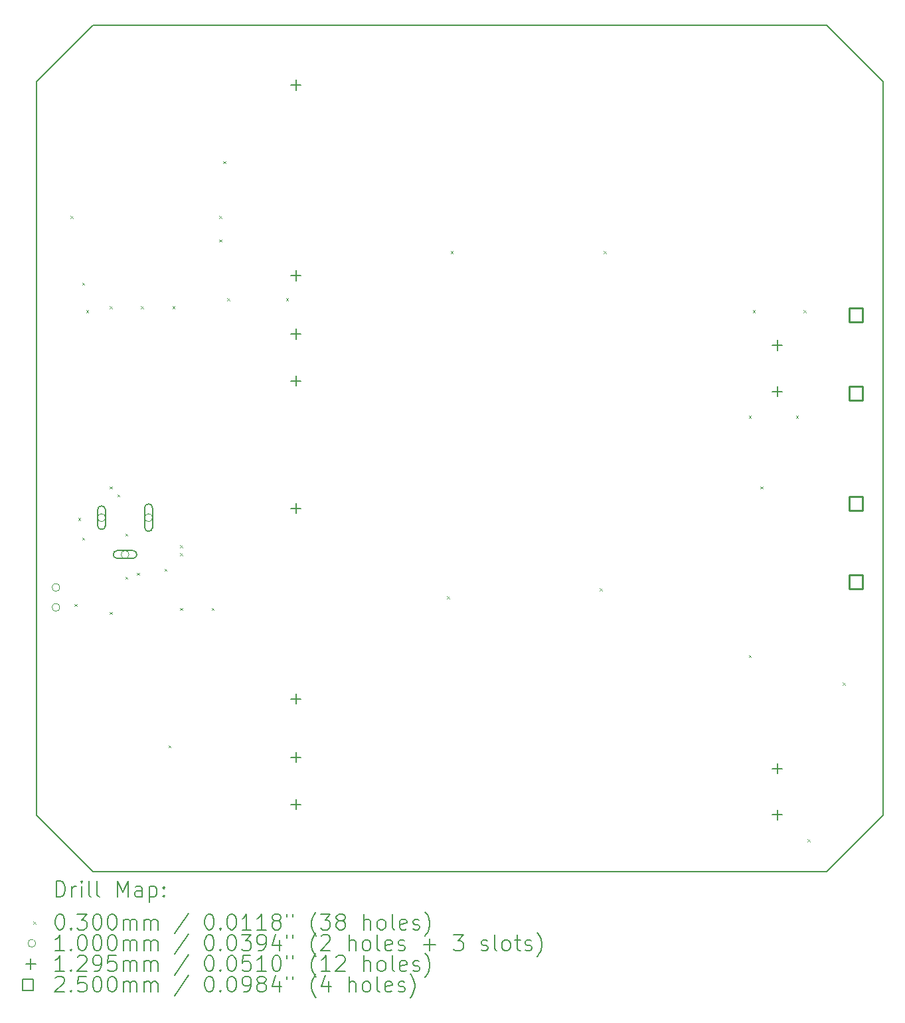
<source format=gbr>
%TF.GenerationSoftware,KiCad,Pcbnew,7.0.7*%
%TF.CreationDate,2024-01-03T18:52:02-05:00*%
%TF.ProjectId,sunlight_pcb,73756e6c-6967-4687-945f-7063622e6b69,rev?*%
%TF.SameCoordinates,Original*%
%TF.FileFunction,Drillmap*%
%TF.FilePolarity,Positive*%
%FSLAX45Y45*%
G04 Gerber Fmt 4.5, Leading zero omitted, Abs format (unit mm)*
G04 Created by KiCad (PCBNEW 7.0.7) date 2024-01-03 18:52:02*
%MOMM*%
%LPD*%
G01*
G04 APERTURE LIST*
%ADD10C,0.150000*%
%ADD11C,0.200000*%
%ADD12C,0.030000*%
%ADD13C,0.100000*%
%ADD14C,0.129540*%
%ADD15C,0.250000*%
G04 APERTURE END LIST*
D10*
X8200000Y-13675000D02*
X8200000Y-4325000D01*
X18275000Y-14400000D02*
X8925000Y-14400000D01*
X19000000Y-4325000D02*
X19000000Y-13675000D01*
X8925000Y-3600000D02*
X18275000Y-3600000D01*
X8200000Y-4325000D02*
X8925000Y-3600000D01*
X8200000Y-13675000D02*
X8925000Y-14400000D01*
X18275000Y-14400000D02*
X19000000Y-13675000D01*
X18275000Y-3600000D02*
X19000000Y-4325000D01*
D11*
D12*
X8635000Y-6035000D02*
X8665000Y-6065000D01*
X8665000Y-6035000D02*
X8635000Y-6065000D01*
X8685000Y-10985000D02*
X8715000Y-11015000D01*
X8715000Y-10985000D02*
X8685000Y-11015000D01*
X8735000Y-9885000D02*
X8765000Y-9915000D01*
X8765000Y-9885000D02*
X8735000Y-9915000D01*
X8785000Y-6885000D02*
X8815000Y-6915000D01*
X8815000Y-6885000D02*
X8785000Y-6915000D01*
X8785000Y-10135000D02*
X8815000Y-10165000D01*
X8815000Y-10135000D02*
X8785000Y-10165000D01*
X8835000Y-7235000D02*
X8865000Y-7265000D01*
X8865000Y-7235000D02*
X8835000Y-7265000D01*
X9135000Y-7185000D02*
X9165000Y-7215000D01*
X9165000Y-7185000D02*
X9135000Y-7215000D01*
X9135000Y-9485000D02*
X9165000Y-9515000D01*
X9165000Y-9485000D02*
X9135000Y-9515000D01*
X9135000Y-11085000D02*
X9165000Y-11115000D01*
X9165000Y-11085000D02*
X9135000Y-11115000D01*
X9235000Y-9585000D02*
X9265000Y-9615000D01*
X9265000Y-9585000D02*
X9235000Y-9615000D01*
X9335000Y-10085000D02*
X9365000Y-10115000D01*
X9365000Y-10085000D02*
X9335000Y-10115000D01*
X9335000Y-10635000D02*
X9365000Y-10665000D01*
X9365000Y-10635000D02*
X9335000Y-10665000D01*
X9485000Y-10585000D02*
X9515000Y-10615000D01*
X9515000Y-10585000D02*
X9485000Y-10615000D01*
X9535000Y-7185000D02*
X9565000Y-7215000D01*
X9565000Y-7185000D02*
X9535000Y-7215000D01*
X9835000Y-10535000D02*
X9865000Y-10565000D01*
X9865000Y-10535000D02*
X9835000Y-10565000D01*
X9885000Y-12785000D02*
X9915000Y-12815000D01*
X9915000Y-12785000D02*
X9885000Y-12815000D01*
X9935000Y-7185000D02*
X9965000Y-7215000D01*
X9965000Y-7185000D02*
X9935000Y-7215000D01*
X10035000Y-10235000D02*
X10065000Y-10265000D01*
X10065000Y-10235000D02*
X10035000Y-10265000D01*
X10035000Y-10335000D02*
X10065000Y-10365000D01*
X10065000Y-10335000D02*
X10035000Y-10365000D01*
X10035000Y-11035000D02*
X10065000Y-11065000D01*
X10065000Y-11035000D02*
X10035000Y-11065000D01*
X10435000Y-11035000D02*
X10465000Y-11065000D01*
X10465000Y-11035000D02*
X10435000Y-11065000D01*
X10535000Y-6035000D02*
X10565000Y-6065000D01*
X10565000Y-6035000D02*
X10535000Y-6065000D01*
X10535000Y-6335000D02*
X10565000Y-6365000D01*
X10565000Y-6335000D02*
X10535000Y-6365000D01*
X10585000Y-5335000D02*
X10615000Y-5365000D01*
X10615000Y-5335000D02*
X10585000Y-5365000D01*
X10635000Y-7085000D02*
X10665000Y-7115000D01*
X10665000Y-7085000D02*
X10635000Y-7115000D01*
X11385000Y-7085000D02*
X11415000Y-7115000D01*
X11415000Y-7085000D02*
X11385000Y-7115000D01*
X13435000Y-10885000D02*
X13465000Y-10915000D01*
X13465000Y-10885000D02*
X13435000Y-10915000D01*
X13485000Y-6485000D02*
X13515000Y-6515000D01*
X13515000Y-6485000D02*
X13485000Y-6515000D01*
X15385000Y-10785000D02*
X15415000Y-10815000D01*
X15415000Y-10785000D02*
X15385000Y-10815000D01*
X15435000Y-6485000D02*
X15465000Y-6515000D01*
X15465000Y-6485000D02*
X15435000Y-6515000D01*
X17285000Y-8585000D02*
X17315000Y-8615000D01*
X17315000Y-8585000D02*
X17285000Y-8615000D01*
X17285000Y-11635000D02*
X17315000Y-11665000D01*
X17315000Y-11635000D02*
X17285000Y-11665000D01*
X17335000Y-7235000D02*
X17365000Y-7265000D01*
X17365000Y-7235000D02*
X17335000Y-7265000D01*
X17435000Y-9485000D02*
X17465000Y-9515000D01*
X17465000Y-9485000D02*
X17435000Y-9515000D01*
X17885000Y-8585000D02*
X17915000Y-8615000D01*
X17915000Y-8585000D02*
X17885000Y-8615000D01*
X17985000Y-7235000D02*
X18015000Y-7265000D01*
X18015000Y-7235000D02*
X17985000Y-7265000D01*
X18035000Y-13985000D02*
X18065000Y-14015000D01*
X18065000Y-13985000D02*
X18035000Y-14015000D01*
X18485000Y-11985000D02*
X18515000Y-12015000D01*
X18515000Y-11985000D02*
X18485000Y-12015000D01*
D13*
X8500000Y-10772500D02*
G75*
G03*
X8500000Y-10772500I-50000J0D01*
G01*
X8500000Y-11026500D02*
G75*
G03*
X8500000Y-11026500I-50000J0D01*
G01*
X9081250Y-9882500D02*
G75*
G03*
X9081250Y-9882500I-50000J0D01*
G01*
D11*
X9081250Y-9982500D02*
X9081250Y-9782500D01*
X9081250Y-9782500D02*
G75*
G03*
X8981250Y-9782500I-50000J0D01*
G01*
X8981250Y-9782500D02*
X8981250Y-9982500D01*
X8981250Y-9982500D02*
G75*
G03*
X9081250Y-9982500I50000J0D01*
G01*
D13*
X9381250Y-10352500D02*
G75*
G03*
X9381250Y-10352500I-50000J0D01*
G01*
D11*
X9431250Y-10302500D02*
X9231250Y-10302500D01*
X9231250Y-10302500D02*
G75*
G03*
X9231250Y-10402500I0J-50000D01*
G01*
X9231250Y-10402500D02*
X9431250Y-10402500D01*
X9431250Y-10402500D02*
G75*
G03*
X9431250Y-10302500I0J50000D01*
G01*
D13*
X9681250Y-9882500D02*
G75*
G03*
X9681250Y-9882500I-50000J0D01*
G01*
D11*
X9681250Y-10007500D02*
X9681250Y-9757500D01*
X9681250Y-9757500D02*
G75*
G03*
X9581250Y-9757500I-50000J0D01*
G01*
X9581250Y-9757500D02*
X9581250Y-10007500D01*
X9581250Y-10007500D02*
G75*
G03*
X9681250Y-10007500I50000J0D01*
G01*
D14*
X11510000Y-4298740D02*
X11510000Y-4428280D01*
X11445230Y-4363510D02*
X11574770Y-4363510D01*
X11510000Y-6728740D02*
X11510000Y-6858280D01*
X11445230Y-6793510D02*
X11574770Y-6793510D01*
X11510000Y-7473740D02*
X11510000Y-7603280D01*
X11445230Y-7538510D02*
X11574770Y-7538510D01*
X11510000Y-8073740D02*
X11510000Y-8203280D01*
X11445230Y-8138510D02*
X11574770Y-8138510D01*
X11510000Y-9698740D02*
X11510000Y-9828280D01*
X11445230Y-9763510D02*
X11574770Y-9763510D01*
X11510000Y-12128740D02*
X11510000Y-12258280D01*
X11445230Y-12193510D02*
X11574770Y-12193510D01*
X11510000Y-12873740D02*
X11510000Y-13003280D01*
X11445230Y-12938510D02*
X11574770Y-12938510D01*
X11510000Y-13473740D02*
X11510000Y-13603280D01*
X11445230Y-13538510D02*
X11574770Y-13538510D01*
X17650000Y-7618740D02*
X17650000Y-7748280D01*
X17585230Y-7683510D02*
X17714770Y-7683510D01*
X17650000Y-8208740D02*
X17650000Y-8338280D01*
X17585230Y-8273510D02*
X17714770Y-8273510D01*
X17650000Y-13018740D02*
X17650000Y-13148280D01*
X17585230Y-13083510D02*
X17714770Y-13083510D01*
X17650000Y-13608740D02*
X17650000Y-13738280D01*
X17585230Y-13673510D02*
X17714770Y-13673510D01*
D15*
X18738389Y-7388389D02*
X18738389Y-7211611D01*
X18561611Y-7211611D01*
X18561611Y-7388389D01*
X18738389Y-7388389D01*
X18738389Y-8388389D02*
X18738389Y-8211611D01*
X18561611Y-8211611D01*
X18561611Y-8388389D01*
X18738389Y-8388389D01*
X18738389Y-9788389D02*
X18738389Y-9611611D01*
X18561611Y-9611611D01*
X18561611Y-9788389D01*
X18738389Y-9788389D01*
X18738389Y-10788389D02*
X18738389Y-10611611D01*
X18561611Y-10611611D01*
X18561611Y-10788389D01*
X18738389Y-10788389D01*
D11*
X8453277Y-14718984D02*
X8453277Y-14518984D01*
X8453277Y-14518984D02*
X8500896Y-14518984D01*
X8500896Y-14518984D02*
X8529467Y-14528508D01*
X8529467Y-14528508D02*
X8548515Y-14547555D01*
X8548515Y-14547555D02*
X8558039Y-14566603D01*
X8558039Y-14566603D02*
X8567563Y-14604698D01*
X8567563Y-14604698D02*
X8567563Y-14633269D01*
X8567563Y-14633269D02*
X8558039Y-14671365D01*
X8558039Y-14671365D02*
X8548515Y-14690412D01*
X8548515Y-14690412D02*
X8529467Y-14709460D01*
X8529467Y-14709460D02*
X8500896Y-14718984D01*
X8500896Y-14718984D02*
X8453277Y-14718984D01*
X8653277Y-14718984D02*
X8653277Y-14585650D01*
X8653277Y-14623746D02*
X8662801Y-14604698D01*
X8662801Y-14604698D02*
X8672324Y-14595174D01*
X8672324Y-14595174D02*
X8691372Y-14585650D01*
X8691372Y-14585650D02*
X8710420Y-14585650D01*
X8777086Y-14718984D02*
X8777086Y-14585650D01*
X8777086Y-14518984D02*
X8767563Y-14528508D01*
X8767563Y-14528508D02*
X8777086Y-14538031D01*
X8777086Y-14538031D02*
X8786610Y-14528508D01*
X8786610Y-14528508D02*
X8777086Y-14518984D01*
X8777086Y-14518984D02*
X8777086Y-14538031D01*
X8900896Y-14718984D02*
X8881848Y-14709460D01*
X8881848Y-14709460D02*
X8872324Y-14690412D01*
X8872324Y-14690412D02*
X8872324Y-14518984D01*
X9005658Y-14718984D02*
X8986610Y-14709460D01*
X8986610Y-14709460D02*
X8977086Y-14690412D01*
X8977086Y-14690412D02*
X8977086Y-14518984D01*
X9234229Y-14718984D02*
X9234229Y-14518984D01*
X9234229Y-14518984D02*
X9300896Y-14661841D01*
X9300896Y-14661841D02*
X9367563Y-14518984D01*
X9367563Y-14518984D02*
X9367563Y-14718984D01*
X9548515Y-14718984D02*
X9548515Y-14614222D01*
X9548515Y-14614222D02*
X9538991Y-14595174D01*
X9538991Y-14595174D02*
X9519944Y-14585650D01*
X9519944Y-14585650D02*
X9481848Y-14585650D01*
X9481848Y-14585650D02*
X9462801Y-14595174D01*
X9548515Y-14709460D02*
X9529467Y-14718984D01*
X9529467Y-14718984D02*
X9481848Y-14718984D01*
X9481848Y-14718984D02*
X9462801Y-14709460D01*
X9462801Y-14709460D02*
X9453277Y-14690412D01*
X9453277Y-14690412D02*
X9453277Y-14671365D01*
X9453277Y-14671365D02*
X9462801Y-14652317D01*
X9462801Y-14652317D02*
X9481848Y-14642793D01*
X9481848Y-14642793D02*
X9529467Y-14642793D01*
X9529467Y-14642793D02*
X9548515Y-14633269D01*
X9643753Y-14585650D02*
X9643753Y-14785650D01*
X9643753Y-14595174D02*
X9662801Y-14585650D01*
X9662801Y-14585650D02*
X9700896Y-14585650D01*
X9700896Y-14585650D02*
X9719944Y-14595174D01*
X9719944Y-14595174D02*
X9729467Y-14604698D01*
X9729467Y-14604698D02*
X9738991Y-14623746D01*
X9738991Y-14623746D02*
X9738991Y-14680888D01*
X9738991Y-14680888D02*
X9729467Y-14699936D01*
X9729467Y-14699936D02*
X9719944Y-14709460D01*
X9719944Y-14709460D02*
X9700896Y-14718984D01*
X9700896Y-14718984D02*
X9662801Y-14718984D01*
X9662801Y-14718984D02*
X9643753Y-14709460D01*
X9824705Y-14699936D02*
X9834229Y-14709460D01*
X9834229Y-14709460D02*
X9824705Y-14718984D01*
X9824705Y-14718984D02*
X9815182Y-14709460D01*
X9815182Y-14709460D02*
X9824705Y-14699936D01*
X9824705Y-14699936D02*
X9824705Y-14718984D01*
X9824705Y-14595174D02*
X9834229Y-14604698D01*
X9834229Y-14604698D02*
X9824705Y-14614222D01*
X9824705Y-14614222D02*
X9815182Y-14604698D01*
X9815182Y-14604698D02*
X9824705Y-14595174D01*
X9824705Y-14595174D02*
X9824705Y-14614222D01*
D12*
X8162500Y-15032500D02*
X8192500Y-15062500D01*
X8192500Y-15032500D02*
X8162500Y-15062500D01*
D11*
X8491372Y-14938984D02*
X8510420Y-14938984D01*
X8510420Y-14938984D02*
X8529467Y-14948508D01*
X8529467Y-14948508D02*
X8538991Y-14958031D01*
X8538991Y-14958031D02*
X8548515Y-14977079D01*
X8548515Y-14977079D02*
X8558039Y-15015174D01*
X8558039Y-15015174D02*
X8558039Y-15062793D01*
X8558039Y-15062793D02*
X8548515Y-15100888D01*
X8548515Y-15100888D02*
X8538991Y-15119936D01*
X8538991Y-15119936D02*
X8529467Y-15129460D01*
X8529467Y-15129460D02*
X8510420Y-15138984D01*
X8510420Y-15138984D02*
X8491372Y-15138984D01*
X8491372Y-15138984D02*
X8472324Y-15129460D01*
X8472324Y-15129460D02*
X8462801Y-15119936D01*
X8462801Y-15119936D02*
X8453277Y-15100888D01*
X8453277Y-15100888D02*
X8443753Y-15062793D01*
X8443753Y-15062793D02*
X8443753Y-15015174D01*
X8443753Y-15015174D02*
X8453277Y-14977079D01*
X8453277Y-14977079D02*
X8462801Y-14958031D01*
X8462801Y-14958031D02*
X8472324Y-14948508D01*
X8472324Y-14948508D02*
X8491372Y-14938984D01*
X8643753Y-15119936D02*
X8653277Y-15129460D01*
X8653277Y-15129460D02*
X8643753Y-15138984D01*
X8643753Y-15138984D02*
X8634229Y-15129460D01*
X8634229Y-15129460D02*
X8643753Y-15119936D01*
X8643753Y-15119936D02*
X8643753Y-15138984D01*
X8719944Y-14938984D02*
X8843753Y-14938984D01*
X8843753Y-14938984D02*
X8777086Y-15015174D01*
X8777086Y-15015174D02*
X8805658Y-15015174D01*
X8805658Y-15015174D02*
X8824705Y-15024698D01*
X8824705Y-15024698D02*
X8834229Y-15034222D01*
X8834229Y-15034222D02*
X8843753Y-15053269D01*
X8843753Y-15053269D02*
X8843753Y-15100888D01*
X8843753Y-15100888D02*
X8834229Y-15119936D01*
X8834229Y-15119936D02*
X8824705Y-15129460D01*
X8824705Y-15129460D02*
X8805658Y-15138984D01*
X8805658Y-15138984D02*
X8748515Y-15138984D01*
X8748515Y-15138984D02*
X8729467Y-15129460D01*
X8729467Y-15129460D02*
X8719944Y-15119936D01*
X8967563Y-14938984D02*
X8986610Y-14938984D01*
X8986610Y-14938984D02*
X9005658Y-14948508D01*
X9005658Y-14948508D02*
X9015182Y-14958031D01*
X9015182Y-14958031D02*
X9024705Y-14977079D01*
X9024705Y-14977079D02*
X9034229Y-15015174D01*
X9034229Y-15015174D02*
X9034229Y-15062793D01*
X9034229Y-15062793D02*
X9024705Y-15100888D01*
X9024705Y-15100888D02*
X9015182Y-15119936D01*
X9015182Y-15119936D02*
X9005658Y-15129460D01*
X9005658Y-15129460D02*
X8986610Y-15138984D01*
X8986610Y-15138984D02*
X8967563Y-15138984D01*
X8967563Y-15138984D02*
X8948515Y-15129460D01*
X8948515Y-15129460D02*
X8938991Y-15119936D01*
X8938991Y-15119936D02*
X8929467Y-15100888D01*
X8929467Y-15100888D02*
X8919944Y-15062793D01*
X8919944Y-15062793D02*
X8919944Y-15015174D01*
X8919944Y-15015174D02*
X8929467Y-14977079D01*
X8929467Y-14977079D02*
X8938991Y-14958031D01*
X8938991Y-14958031D02*
X8948515Y-14948508D01*
X8948515Y-14948508D02*
X8967563Y-14938984D01*
X9158039Y-14938984D02*
X9177086Y-14938984D01*
X9177086Y-14938984D02*
X9196134Y-14948508D01*
X9196134Y-14948508D02*
X9205658Y-14958031D01*
X9205658Y-14958031D02*
X9215182Y-14977079D01*
X9215182Y-14977079D02*
X9224705Y-15015174D01*
X9224705Y-15015174D02*
X9224705Y-15062793D01*
X9224705Y-15062793D02*
X9215182Y-15100888D01*
X9215182Y-15100888D02*
X9205658Y-15119936D01*
X9205658Y-15119936D02*
X9196134Y-15129460D01*
X9196134Y-15129460D02*
X9177086Y-15138984D01*
X9177086Y-15138984D02*
X9158039Y-15138984D01*
X9158039Y-15138984D02*
X9138991Y-15129460D01*
X9138991Y-15129460D02*
X9129467Y-15119936D01*
X9129467Y-15119936D02*
X9119944Y-15100888D01*
X9119944Y-15100888D02*
X9110420Y-15062793D01*
X9110420Y-15062793D02*
X9110420Y-15015174D01*
X9110420Y-15015174D02*
X9119944Y-14977079D01*
X9119944Y-14977079D02*
X9129467Y-14958031D01*
X9129467Y-14958031D02*
X9138991Y-14948508D01*
X9138991Y-14948508D02*
X9158039Y-14938984D01*
X9310420Y-15138984D02*
X9310420Y-15005650D01*
X9310420Y-15024698D02*
X9319944Y-15015174D01*
X9319944Y-15015174D02*
X9338991Y-15005650D01*
X9338991Y-15005650D02*
X9367563Y-15005650D01*
X9367563Y-15005650D02*
X9386610Y-15015174D01*
X9386610Y-15015174D02*
X9396134Y-15034222D01*
X9396134Y-15034222D02*
X9396134Y-15138984D01*
X9396134Y-15034222D02*
X9405658Y-15015174D01*
X9405658Y-15015174D02*
X9424705Y-15005650D01*
X9424705Y-15005650D02*
X9453277Y-15005650D01*
X9453277Y-15005650D02*
X9472325Y-15015174D01*
X9472325Y-15015174D02*
X9481848Y-15034222D01*
X9481848Y-15034222D02*
X9481848Y-15138984D01*
X9577086Y-15138984D02*
X9577086Y-15005650D01*
X9577086Y-15024698D02*
X9586610Y-15015174D01*
X9586610Y-15015174D02*
X9605658Y-15005650D01*
X9605658Y-15005650D02*
X9634229Y-15005650D01*
X9634229Y-15005650D02*
X9653277Y-15015174D01*
X9653277Y-15015174D02*
X9662801Y-15034222D01*
X9662801Y-15034222D02*
X9662801Y-15138984D01*
X9662801Y-15034222D02*
X9672325Y-15015174D01*
X9672325Y-15015174D02*
X9691372Y-15005650D01*
X9691372Y-15005650D02*
X9719944Y-15005650D01*
X9719944Y-15005650D02*
X9738991Y-15015174D01*
X9738991Y-15015174D02*
X9748515Y-15034222D01*
X9748515Y-15034222D02*
X9748515Y-15138984D01*
X10138991Y-14929460D02*
X9967563Y-15186603D01*
X10396134Y-14938984D02*
X10415182Y-14938984D01*
X10415182Y-14938984D02*
X10434229Y-14948508D01*
X10434229Y-14948508D02*
X10443753Y-14958031D01*
X10443753Y-14958031D02*
X10453277Y-14977079D01*
X10453277Y-14977079D02*
X10462801Y-15015174D01*
X10462801Y-15015174D02*
X10462801Y-15062793D01*
X10462801Y-15062793D02*
X10453277Y-15100888D01*
X10453277Y-15100888D02*
X10443753Y-15119936D01*
X10443753Y-15119936D02*
X10434229Y-15129460D01*
X10434229Y-15129460D02*
X10415182Y-15138984D01*
X10415182Y-15138984D02*
X10396134Y-15138984D01*
X10396134Y-15138984D02*
X10377087Y-15129460D01*
X10377087Y-15129460D02*
X10367563Y-15119936D01*
X10367563Y-15119936D02*
X10358039Y-15100888D01*
X10358039Y-15100888D02*
X10348515Y-15062793D01*
X10348515Y-15062793D02*
X10348515Y-15015174D01*
X10348515Y-15015174D02*
X10358039Y-14977079D01*
X10358039Y-14977079D02*
X10367563Y-14958031D01*
X10367563Y-14958031D02*
X10377087Y-14948508D01*
X10377087Y-14948508D02*
X10396134Y-14938984D01*
X10548515Y-15119936D02*
X10558039Y-15129460D01*
X10558039Y-15129460D02*
X10548515Y-15138984D01*
X10548515Y-15138984D02*
X10538991Y-15129460D01*
X10538991Y-15129460D02*
X10548515Y-15119936D01*
X10548515Y-15119936D02*
X10548515Y-15138984D01*
X10681848Y-14938984D02*
X10700896Y-14938984D01*
X10700896Y-14938984D02*
X10719944Y-14948508D01*
X10719944Y-14948508D02*
X10729468Y-14958031D01*
X10729468Y-14958031D02*
X10738991Y-14977079D01*
X10738991Y-14977079D02*
X10748515Y-15015174D01*
X10748515Y-15015174D02*
X10748515Y-15062793D01*
X10748515Y-15062793D02*
X10738991Y-15100888D01*
X10738991Y-15100888D02*
X10729468Y-15119936D01*
X10729468Y-15119936D02*
X10719944Y-15129460D01*
X10719944Y-15129460D02*
X10700896Y-15138984D01*
X10700896Y-15138984D02*
X10681848Y-15138984D01*
X10681848Y-15138984D02*
X10662801Y-15129460D01*
X10662801Y-15129460D02*
X10653277Y-15119936D01*
X10653277Y-15119936D02*
X10643753Y-15100888D01*
X10643753Y-15100888D02*
X10634229Y-15062793D01*
X10634229Y-15062793D02*
X10634229Y-15015174D01*
X10634229Y-15015174D02*
X10643753Y-14977079D01*
X10643753Y-14977079D02*
X10653277Y-14958031D01*
X10653277Y-14958031D02*
X10662801Y-14948508D01*
X10662801Y-14948508D02*
X10681848Y-14938984D01*
X10938991Y-15138984D02*
X10824706Y-15138984D01*
X10881848Y-15138984D02*
X10881848Y-14938984D01*
X10881848Y-14938984D02*
X10862801Y-14967555D01*
X10862801Y-14967555D02*
X10843753Y-14986603D01*
X10843753Y-14986603D02*
X10824706Y-14996127D01*
X11129468Y-15138984D02*
X11015182Y-15138984D01*
X11072325Y-15138984D02*
X11072325Y-14938984D01*
X11072325Y-14938984D02*
X11053277Y-14967555D01*
X11053277Y-14967555D02*
X11034229Y-14986603D01*
X11034229Y-14986603D02*
X11015182Y-14996127D01*
X11243753Y-15024698D02*
X11224706Y-15015174D01*
X11224706Y-15015174D02*
X11215182Y-15005650D01*
X11215182Y-15005650D02*
X11205658Y-14986603D01*
X11205658Y-14986603D02*
X11205658Y-14977079D01*
X11205658Y-14977079D02*
X11215182Y-14958031D01*
X11215182Y-14958031D02*
X11224706Y-14948508D01*
X11224706Y-14948508D02*
X11243753Y-14938984D01*
X11243753Y-14938984D02*
X11281848Y-14938984D01*
X11281848Y-14938984D02*
X11300896Y-14948508D01*
X11300896Y-14948508D02*
X11310420Y-14958031D01*
X11310420Y-14958031D02*
X11319944Y-14977079D01*
X11319944Y-14977079D02*
X11319944Y-14986603D01*
X11319944Y-14986603D02*
X11310420Y-15005650D01*
X11310420Y-15005650D02*
X11300896Y-15015174D01*
X11300896Y-15015174D02*
X11281848Y-15024698D01*
X11281848Y-15024698D02*
X11243753Y-15024698D01*
X11243753Y-15024698D02*
X11224706Y-15034222D01*
X11224706Y-15034222D02*
X11215182Y-15043746D01*
X11215182Y-15043746D02*
X11205658Y-15062793D01*
X11205658Y-15062793D02*
X11205658Y-15100888D01*
X11205658Y-15100888D02*
X11215182Y-15119936D01*
X11215182Y-15119936D02*
X11224706Y-15129460D01*
X11224706Y-15129460D02*
X11243753Y-15138984D01*
X11243753Y-15138984D02*
X11281848Y-15138984D01*
X11281848Y-15138984D02*
X11300896Y-15129460D01*
X11300896Y-15129460D02*
X11310420Y-15119936D01*
X11310420Y-15119936D02*
X11319944Y-15100888D01*
X11319944Y-15100888D02*
X11319944Y-15062793D01*
X11319944Y-15062793D02*
X11310420Y-15043746D01*
X11310420Y-15043746D02*
X11300896Y-15034222D01*
X11300896Y-15034222D02*
X11281848Y-15024698D01*
X11396134Y-14938984D02*
X11396134Y-14977079D01*
X11472325Y-14938984D02*
X11472325Y-14977079D01*
X11767563Y-15215174D02*
X11758039Y-15205650D01*
X11758039Y-15205650D02*
X11738991Y-15177079D01*
X11738991Y-15177079D02*
X11729468Y-15158031D01*
X11729468Y-15158031D02*
X11719944Y-15129460D01*
X11719944Y-15129460D02*
X11710420Y-15081841D01*
X11710420Y-15081841D02*
X11710420Y-15043746D01*
X11710420Y-15043746D02*
X11719944Y-14996127D01*
X11719944Y-14996127D02*
X11729468Y-14967555D01*
X11729468Y-14967555D02*
X11738991Y-14948508D01*
X11738991Y-14948508D02*
X11758039Y-14919936D01*
X11758039Y-14919936D02*
X11767563Y-14910412D01*
X11824706Y-14938984D02*
X11948515Y-14938984D01*
X11948515Y-14938984D02*
X11881848Y-15015174D01*
X11881848Y-15015174D02*
X11910420Y-15015174D01*
X11910420Y-15015174D02*
X11929468Y-15024698D01*
X11929468Y-15024698D02*
X11938991Y-15034222D01*
X11938991Y-15034222D02*
X11948515Y-15053269D01*
X11948515Y-15053269D02*
X11948515Y-15100888D01*
X11948515Y-15100888D02*
X11938991Y-15119936D01*
X11938991Y-15119936D02*
X11929468Y-15129460D01*
X11929468Y-15129460D02*
X11910420Y-15138984D01*
X11910420Y-15138984D02*
X11853277Y-15138984D01*
X11853277Y-15138984D02*
X11834229Y-15129460D01*
X11834229Y-15129460D02*
X11824706Y-15119936D01*
X12062801Y-15024698D02*
X12043753Y-15015174D01*
X12043753Y-15015174D02*
X12034229Y-15005650D01*
X12034229Y-15005650D02*
X12024706Y-14986603D01*
X12024706Y-14986603D02*
X12024706Y-14977079D01*
X12024706Y-14977079D02*
X12034229Y-14958031D01*
X12034229Y-14958031D02*
X12043753Y-14948508D01*
X12043753Y-14948508D02*
X12062801Y-14938984D01*
X12062801Y-14938984D02*
X12100896Y-14938984D01*
X12100896Y-14938984D02*
X12119944Y-14948508D01*
X12119944Y-14948508D02*
X12129468Y-14958031D01*
X12129468Y-14958031D02*
X12138991Y-14977079D01*
X12138991Y-14977079D02*
X12138991Y-14986603D01*
X12138991Y-14986603D02*
X12129468Y-15005650D01*
X12129468Y-15005650D02*
X12119944Y-15015174D01*
X12119944Y-15015174D02*
X12100896Y-15024698D01*
X12100896Y-15024698D02*
X12062801Y-15024698D01*
X12062801Y-15024698D02*
X12043753Y-15034222D01*
X12043753Y-15034222D02*
X12034229Y-15043746D01*
X12034229Y-15043746D02*
X12024706Y-15062793D01*
X12024706Y-15062793D02*
X12024706Y-15100888D01*
X12024706Y-15100888D02*
X12034229Y-15119936D01*
X12034229Y-15119936D02*
X12043753Y-15129460D01*
X12043753Y-15129460D02*
X12062801Y-15138984D01*
X12062801Y-15138984D02*
X12100896Y-15138984D01*
X12100896Y-15138984D02*
X12119944Y-15129460D01*
X12119944Y-15129460D02*
X12129468Y-15119936D01*
X12129468Y-15119936D02*
X12138991Y-15100888D01*
X12138991Y-15100888D02*
X12138991Y-15062793D01*
X12138991Y-15062793D02*
X12129468Y-15043746D01*
X12129468Y-15043746D02*
X12119944Y-15034222D01*
X12119944Y-15034222D02*
X12100896Y-15024698D01*
X12377087Y-15138984D02*
X12377087Y-14938984D01*
X12462801Y-15138984D02*
X12462801Y-15034222D01*
X12462801Y-15034222D02*
X12453277Y-15015174D01*
X12453277Y-15015174D02*
X12434230Y-15005650D01*
X12434230Y-15005650D02*
X12405658Y-15005650D01*
X12405658Y-15005650D02*
X12386610Y-15015174D01*
X12386610Y-15015174D02*
X12377087Y-15024698D01*
X12586610Y-15138984D02*
X12567563Y-15129460D01*
X12567563Y-15129460D02*
X12558039Y-15119936D01*
X12558039Y-15119936D02*
X12548515Y-15100888D01*
X12548515Y-15100888D02*
X12548515Y-15043746D01*
X12548515Y-15043746D02*
X12558039Y-15024698D01*
X12558039Y-15024698D02*
X12567563Y-15015174D01*
X12567563Y-15015174D02*
X12586610Y-15005650D01*
X12586610Y-15005650D02*
X12615182Y-15005650D01*
X12615182Y-15005650D02*
X12634230Y-15015174D01*
X12634230Y-15015174D02*
X12643753Y-15024698D01*
X12643753Y-15024698D02*
X12653277Y-15043746D01*
X12653277Y-15043746D02*
X12653277Y-15100888D01*
X12653277Y-15100888D02*
X12643753Y-15119936D01*
X12643753Y-15119936D02*
X12634230Y-15129460D01*
X12634230Y-15129460D02*
X12615182Y-15138984D01*
X12615182Y-15138984D02*
X12586610Y-15138984D01*
X12767563Y-15138984D02*
X12748515Y-15129460D01*
X12748515Y-15129460D02*
X12738991Y-15110412D01*
X12738991Y-15110412D02*
X12738991Y-14938984D01*
X12919944Y-15129460D02*
X12900896Y-15138984D01*
X12900896Y-15138984D02*
X12862801Y-15138984D01*
X12862801Y-15138984D02*
X12843753Y-15129460D01*
X12843753Y-15129460D02*
X12834230Y-15110412D01*
X12834230Y-15110412D02*
X12834230Y-15034222D01*
X12834230Y-15034222D02*
X12843753Y-15015174D01*
X12843753Y-15015174D02*
X12862801Y-15005650D01*
X12862801Y-15005650D02*
X12900896Y-15005650D01*
X12900896Y-15005650D02*
X12919944Y-15015174D01*
X12919944Y-15015174D02*
X12929468Y-15034222D01*
X12929468Y-15034222D02*
X12929468Y-15053269D01*
X12929468Y-15053269D02*
X12834230Y-15072317D01*
X13005658Y-15129460D02*
X13024706Y-15138984D01*
X13024706Y-15138984D02*
X13062801Y-15138984D01*
X13062801Y-15138984D02*
X13081849Y-15129460D01*
X13081849Y-15129460D02*
X13091372Y-15110412D01*
X13091372Y-15110412D02*
X13091372Y-15100888D01*
X13091372Y-15100888D02*
X13081849Y-15081841D01*
X13081849Y-15081841D02*
X13062801Y-15072317D01*
X13062801Y-15072317D02*
X13034230Y-15072317D01*
X13034230Y-15072317D02*
X13015182Y-15062793D01*
X13015182Y-15062793D02*
X13005658Y-15043746D01*
X13005658Y-15043746D02*
X13005658Y-15034222D01*
X13005658Y-15034222D02*
X13015182Y-15015174D01*
X13015182Y-15015174D02*
X13034230Y-15005650D01*
X13034230Y-15005650D02*
X13062801Y-15005650D01*
X13062801Y-15005650D02*
X13081849Y-15015174D01*
X13158039Y-15215174D02*
X13167563Y-15205650D01*
X13167563Y-15205650D02*
X13186611Y-15177079D01*
X13186611Y-15177079D02*
X13196134Y-15158031D01*
X13196134Y-15158031D02*
X13205658Y-15129460D01*
X13205658Y-15129460D02*
X13215182Y-15081841D01*
X13215182Y-15081841D02*
X13215182Y-15043746D01*
X13215182Y-15043746D02*
X13205658Y-14996127D01*
X13205658Y-14996127D02*
X13196134Y-14967555D01*
X13196134Y-14967555D02*
X13186611Y-14948508D01*
X13186611Y-14948508D02*
X13167563Y-14919936D01*
X13167563Y-14919936D02*
X13158039Y-14910412D01*
D13*
X8192500Y-15311500D02*
G75*
G03*
X8192500Y-15311500I-50000J0D01*
G01*
D11*
X8558039Y-15402984D02*
X8443753Y-15402984D01*
X8500896Y-15402984D02*
X8500896Y-15202984D01*
X8500896Y-15202984D02*
X8481848Y-15231555D01*
X8481848Y-15231555D02*
X8462801Y-15250603D01*
X8462801Y-15250603D02*
X8443753Y-15260127D01*
X8643753Y-15383936D02*
X8653277Y-15393460D01*
X8653277Y-15393460D02*
X8643753Y-15402984D01*
X8643753Y-15402984D02*
X8634229Y-15393460D01*
X8634229Y-15393460D02*
X8643753Y-15383936D01*
X8643753Y-15383936D02*
X8643753Y-15402984D01*
X8777086Y-15202984D02*
X8796134Y-15202984D01*
X8796134Y-15202984D02*
X8815182Y-15212508D01*
X8815182Y-15212508D02*
X8824705Y-15222031D01*
X8824705Y-15222031D02*
X8834229Y-15241079D01*
X8834229Y-15241079D02*
X8843753Y-15279174D01*
X8843753Y-15279174D02*
X8843753Y-15326793D01*
X8843753Y-15326793D02*
X8834229Y-15364888D01*
X8834229Y-15364888D02*
X8824705Y-15383936D01*
X8824705Y-15383936D02*
X8815182Y-15393460D01*
X8815182Y-15393460D02*
X8796134Y-15402984D01*
X8796134Y-15402984D02*
X8777086Y-15402984D01*
X8777086Y-15402984D02*
X8758039Y-15393460D01*
X8758039Y-15393460D02*
X8748515Y-15383936D01*
X8748515Y-15383936D02*
X8738991Y-15364888D01*
X8738991Y-15364888D02*
X8729467Y-15326793D01*
X8729467Y-15326793D02*
X8729467Y-15279174D01*
X8729467Y-15279174D02*
X8738991Y-15241079D01*
X8738991Y-15241079D02*
X8748515Y-15222031D01*
X8748515Y-15222031D02*
X8758039Y-15212508D01*
X8758039Y-15212508D02*
X8777086Y-15202984D01*
X8967563Y-15202984D02*
X8986610Y-15202984D01*
X8986610Y-15202984D02*
X9005658Y-15212508D01*
X9005658Y-15212508D02*
X9015182Y-15222031D01*
X9015182Y-15222031D02*
X9024705Y-15241079D01*
X9024705Y-15241079D02*
X9034229Y-15279174D01*
X9034229Y-15279174D02*
X9034229Y-15326793D01*
X9034229Y-15326793D02*
X9024705Y-15364888D01*
X9024705Y-15364888D02*
X9015182Y-15383936D01*
X9015182Y-15383936D02*
X9005658Y-15393460D01*
X9005658Y-15393460D02*
X8986610Y-15402984D01*
X8986610Y-15402984D02*
X8967563Y-15402984D01*
X8967563Y-15402984D02*
X8948515Y-15393460D01*
X8948515Y-15393460D02*
X8938991Y-15383936D01*
X8938991Y-15383936D02*
X8929467Y-15364888D01*
X8929467Y-15364888D02*
X8919944Y-15326793D01*
X8919944Y-15326793D02*
X8919944Y-15279174D01*
X8919944Y-15279174D02*
X8929467Y-15241079D01*
X8929467Y-15241079D02*
X8938991Y-15222031D01*
X8938991Y-15222031D02*
X8948515Y-15212508D01*
X8948515Y-15212508D02*
X8967563Y-15202984D01*
X9158039Y-15202984D02*
X9177086Y-15202984D01*
X9177086Y-15202984D02*
X9196134Y-15212508D01*
X9196134Y-15212508D02*
X9205658Y-15222031D01*
X9205658Y-15222031D02*
X9215182Y-15241079D01*
X9215182Y-15241079D02*
X9224705Y-15279174D01*
X9224705Y-15279174D02*
X9224705Y-15326793D01*
X9224705Y-15326793D02*
X9215182Y-15364888D01*
X9215182Y-15364888D02*
X9205658Y-15383936D01*
X9205658Y-15383936D02*
X9196134Y-15393460D01*
X9196134Y-15393460D02*
X9177086Y-15402984D01*
X9177086Y-15402984D02*
X9158039Y-15402984D01*
X9158039Y-15402984D02*
X9138991Y-15393460D01*
X9138991Y-15393460D02*
X9129467Y-15383936D01*
X9129467Y-15383936D02*
X9119944Y-15364888D01*
X9119944Y-15364888D02*
X9110420Y-15326793D01*
X9110420Y-15326793D02*
X9110420Y-15279174D01*
X9110420Y-15279174D02*
X9119944Y-15241079D01*
X9119944Y-15241079D02*
X9129467Y-15222031D01*
X9129467Y-15222031D02*
X9138991Y-15212508D01*
X9138991Y-15212508D02*
X9158039Y-15202984D01*
X9310420Y-15402984D02*
X9310420Y-15269650D01*
X9310420Y-15288698D02*
X9319944Y-15279174D01*
X9319944Y-15279174D02*
X9338991Y-15269650D01*
X9338991Y-15269650D02*
X9367563Y-15269650D01*
X9367563Y-15269650D02*
X9386610Y-15279174D01*
X9386610Y-15279174D02*
X9396134Y-15298222D01*
X9396134Y-15298222D02*
X9396134Y-15402984D01*
X9396134Y-15298222D02*
X9405658Y-15279174D01*
X9405658Y-15279174D02*
X9424705Y-15269650D01*
X9424705Y-15269650D02*
X9453277Y-15269650D01*
X9453277Y-15269650D02*
X9472325Y-15279174D01*
X9472325Y-15279174D02*
X9481848Y-15298222D01*
X9481848Y-15298222D02*
X9481848Y-15402984D01*
X9577086Y-15402984D02*
X9577086Y-15269650D01*
X9577086Y-15288698D02*
X9586610Y-15279174D01*
X9586610Y-15279174D02*
X9605658Y-15269650D01*
X9605658Y-15269650D02*
X9634229Y-15269650D01*
X9634229Y-15269650D02*
X9653277Y-15279174D01*
X9653277Y-15279174D02*
X9662801Y-15298222D01*
X9662801Y-15298222D02*
X9662801Y-15402984D01*
X9662801Y-15298222D02*
X9672325Y-15279174D01*
X9672325Y-15279174D02*
X9691372Y-15269650D01*
X9691372Y-15269650D02*
X9719944Y-15269650D01*
X9719944Y-15269650D02*
X9738991Y-15279174D01*
X9738991Y-15279174D02*
X9748515Y-15298222D01*
X9748515Y-15298222D02*
X9748515Y-15402984D01*
X10138991Y-15193460D02*
X9967563Y-15450603D01*
X10396134Y-15202984D02*
X10415182Y-15202984D01*
X10415182Y-15202984D02*
X10434229Y-15212508D01*
X10434229Y-15212508D02*
X10443753Y-15222031D01*
X10443753Y-15222031D02*
X10453277Y-15241079D01*
X10453277Y-15241079D02*
X10462801Y-15279174D01*
X10462801Y-15279174D02*
X10462801Y-15326793D01*
X10462801Y-15326793D02*
X10453277Y-15364888D01*
X10453277Y-15364888D02*
X10443753Y-15383936D01*
X10443753Y-15383936D02*
X10434229Y-15393460D01*
X10434229Y-15393460D02*
X10415182Y-15402984D01*
X10415182Y-15402984D02*
X10396134Y-15402984D01*
X10396134Y-15402984D02*
X10377087Y-15393460D01*
X10377087Y-15393460D02*
X10367563Y-15383936D01*
X10367563Y-15383936D02*
X10358039Y-15364888D01*
X10358039Y-15364888D02*
X10348515Y-15326793D01*
X10348515Y-15326793D02*
X10348515Y-15279174D01*
X10348515Y-15279174D02*
X10358039Y-15241079D01*
X10358039Y-15241079D02*
X10367563Y-15222031D01*
X10367563Y-15222031D02*
X10377087Y-15212508D01*
X10377087Y-15212508D02*
X10396134Y-15202984D01*
X10548515Y-15383936D02*
X10558039Y-15393460D01*
X10558039Y-15393460D02*
X10548515Y-15402984D01*
X10548515Y-15402984D02*
X10538991Y-15393460D01*
X10538991Y-15393460D02*
X10548515Y-15383936D01*
X10548515Y-15383936D02*
X10548515Y-15402984D01*
X10681848Y-15202984D02*
X10700896Y-15202984D01*
X10700896Y-15202984D02*
X10719944Y-15212508D01*
X10719944Y-15212508D02*
X10729468Y-15222031D01*
X10729468Y-15222031D02*
X10738991Y-15241079D01*
X10738991Y-15241079D02*
X10748515Y-15279174D01*
X10748515Y-15279174D02*
X10748515Y-15326793D01*
X10748515Y-15326793D02*
X10738991Y-15364888D01*
X10738991Y-15364888D02*
X10729468Y-15383936D01*
X10729468Y-15383936D02*
X10719944Y-15393460D01*
X10719944Y-15393460D02*
X10700896Y-15402984D01*
X10700896Y-15402984D02*
X10681848Y-15402984D01*
X10681848Y-15402984D02*
X10662801Y-15393460D01*
X10662801Y-15393460D02*
X10653277Y-15383936D01*
X10653277Y-15383936D02*
X10643753Y-15364888D01*
X10643753Y-15364888D02*
X10634229Y-15326793D01*
X10634229Y-15326793D02*
X10634229Y-15279174D01*
X10634229Y-15279174D02*
X10643753Y-15241079D01*
X10643753Y-15241079D02*
X10653277Y-15222031D01*
X10653277Y-15222031D02*
X10662801Y-15212508D01*
X10662801Y-15212508D02*
X10681848Y-15202984D01*
X10815182Y-15202984D02*
X10938991Y-15202984D01*
X10938991Y-15202984D02*
X10872325Y-15279174D01*
X10872325Y-15279174D02*
X10900896Y-15279174D01*
X10900896Y-15279174D02*
X10919944Y-15288698D01*
X10919944Y-15288698D02*
X10929468Y-15298222D01*
X10929468Y-15298222D02*
X10938991Y-15317269D01*
X10938991Y-15317269D02*
X10938991Y-15364888D01*
X10938991Y-15364888D02*
X10929468Y-15383936D01*
X10929468Y-15383936D02*
X10919944Y-15393460D01*
X10919944Y-15393460D02*
X10900896Y-15402984D01*
X10900896Y-15402984D02*
X10843753Y-15402984D01*
X10843753Y-15402984D02*
X10824706Y-15393460D01*
X10824706Y-15393460D02*
X10815182Y-15383936D01*
X11034229Y-15402984D02*
X11072325Y-15402984D01*
X11072325Y-15402984D02*
X11091372Y-15393460D01*
X11091372Y-15393460D02*
X11100896Y-15383936D01*
X11100896Y-15383936D02*
X11119944Y-15355365D01*
X11119944Y-15355365D02*
X11129468Y-15317269D01*
X11129468Y-15317269D02*
X11129468Y-15241079D01*
X11129468Y-15241079D02*
X11119944Y-15222031D01*
X11119944Y-15222031D02*
X11110420Y-15212508D01*
X11110420Y-15212508D02*
X11091372Y-15202984D01*
X11091372Y-15202984D02*
X11053277Y-15202984D01*
X11053277Y-15202984D02*
X11034229Y-15212508D01*
X11034229Y-15212508D02*
X11024706Y-15222031D01*
X11024706Y-15222031D02*
X11015182Y-15241079D01*
X11015182Y-15241079D02*
X11015182Y-15288698D01*
X11015182Y-15288698D02*
X11024706Y-15307746D01*
X11024706Y-15307746D02*
X11034229Y-15317269D01*
X11034229Y-15317269D02*
X11053277Y-15326793D01*
X11053277Y-15326793D02*
X11091372Y-15326793D01*
X11091372Y-15326793D02*
X11110420Y-15317269D01*
X11110420Y-15317269D02*
X11119944Y-15307746D01*
X11119944Y-15307746D02*
X11129468Y-15288698D01*
X11300896Y-15269650D02*
X11300896Y-15402984D01*
X11253277Y-15193460D02*
X11205658Y-15336317D01*
X11205658Y-15336317D02*
X11329467Y-15336317D01*
X11396134Y-15202984D02*
X11396134Y-15241079D01*
X11472325Y-15202984D02*
X11472325Y-15241079D01*
X11767563Y-15479174D02*
X11758039Y-15469650D01*
X11758039Y-15469650D02*
X11738991Y-15441079D01*
X11738991Y-15441079D02*
X11729468Y-15422031D01*
X11729468Y-15422031D02*
X11719944Y-15393460D01*
X11719944Y-15393460D02*
X11710420Y-15345841D01*
X11710420Y-15345841D02*
X11710420Y-15307746D01*
X11710420Y-15307746D02*
X11719944Y-15260127D01*
X11719944Y-15260127D02*
X11729468Y-15231555D01*
X11729468Y-15231555D02*
X11738991Y-15212508D01*
X11738991Y-15212508D02*
X11758039Y-15183936D01*
X11758039Y-15183936D02*
X11767563Y-15174412D01*
X11834229Y-15222031D02*
X11843753Y-15212508D01*
X11843753Y-15212508D02*
X11862801Y-15202984D01*
X11862801Y-15202984D02*
X11910420Y-15202984D01*
X11910420Y-15202984D02*
X11929468Y-15212508D01*
X11929468Y-15212508D02*
X11938991Y-15222031D01*
X11938991Y-15222031D02*
X11948515Y-15241079D01*
X11948515Y-15241079D02*
X11948515Y-15260127D01*
X11948515Y-15260127D02*
X11938991Y-15288698D01*
X11938991Y-15288698D02*
X11824706Y-15402984D01*
X11824706Y-15402984D02*
X11948515Y-15402984D01*
X12186610Y-15402984D02*
X12186610Y-15202984D01*
X12272325Y-15402984D02*
X12272325Y-15298222D01*
X12272325Y-15298222D02*
X12262801Y-15279174D01*
X12262801Y-15279174D02*
X12243753Y-15269650D01*
X12243753Y-15269650D02*
X12215182Y-15269650D01*
X12215182Y-15269650D02*
X12196134Y-15279174D01*
X12196134Y-15279174D02*
X12186610Y-15288698D01*
X12396134Y-15402984D02*
X12377087Y-15393460D01*
X12377087Y-15393460D02*
X12367563Y-15383936D01*
X12367563Y-15383936D02*
X12358039Y-15364888D01*
X12358039Y-15364888D02*
X12358039Y-15307746D01*
X12358039Y-15307746D02*
X12367563Y-15288698D01*
X12367563Y-15288698D02*
X12377087Y-15279174D01*
X12377087Y-15279174D02*
X12396134Y-15269650D01*
X12396134Y-15269650D02*
X12424706Y-15269650D01*
X12424706Y-15269650D02*
X12443753Y-15279174D01*
X12443753Y-15279174D02*
X12453277Y-15288698D01*
X12453277Y-15288698D02*
X12462801Y-15307746D01*
X12462801Y-15307746D02*
X12462801Y-15364888D01*
X12462801Y-15364888D02*
X12453277Y-15383936D01*
X12453277Y-15383936D02*
X12443753Y-15393460D01*
X12443753Y-15393460D02*
X12424706Y-15402984D01*
X12424706Y-15402984D02*
X12396134Y-15402984D01*
X12577087Y-15402984D02*
X12558039Y-15393460D01*
X12558039Y-15393460D02*
X12548515Y-15374412D01*
X12548515Y-15374412D02*
X12548515Y-15202984D01*
X12729468Y-15393460D02*
X12710420Y-15402984D01*
X12710420Y-15402984D02*
X12672325Y-15402984D01*
X12672325Y-15402984D02*
X12653277Y-15393460D01*
X12653277Y-15393460D02*
X12643753Y-15374412D01*
X12643753Y-15374412D02*
X12643753Y-15298222D01*
X12643753Y-15298222D02*
X12653277Y-15279174D01*
X12653277Y-15279174D02*
X12672325Y-15269650D01*
X12672325Y-15269650D02*
X12710420Y-15269650D01*
X12710420Y-15269650D02*
X12729468Y-15279174D01*
X12729468Y-15279174D02*
X12738991Y-15298222D01*
X12738991Y-15298222D02*
X12738991Y-15317269D01*
X12738991Y-15317269D02*
X12643753Y-15336317D01*
X12815182Y-15393460D02*
X12834230Y-15402984D01*
X12834230Y-15402984D02*
X12872325Y-15402984D01*
X12872325Y-15402984D02*
X12891372Y-15393460D01*
X12891372Y-15393460D02*
X12900896Y-15374412D01*
X12900896Y-15374412D02*
X12900896Y-15364888D01*
X12900896Y-15364888D02*
X12891372Y-15345841D01*
X12891372Y-15345841D02*
X12872325Y-15336317D01*
X12872325Y-15336317D02*
X12843753Y-15336317D01*
X12843753Y-15336317D02*
X12824706Y-15326793D01*
X12824706Y-15326793D02*
X12815182Y-15307746D01*
X12815182Y-15307746D02*
X12815182Y-15298222D01*
X12815182Y-15298222D02*
X12824706Y-15279174D01*
X12824706Y-15279174D02*
X12843753Y-15269650D01*
X12843753Y-15269650D02*
X12872325Y-15269650D01*
X12872325Y-15269650D02*
X12891372Y-15279174D01*
X13138992Y-15326793D02*
X13291373Y-15326793D01*
X13215182Y-15402984D02*
X13215182Y-15250603D01*
X13519944Y-15202984D02*
X13643753Y-15202984D01*
X13643753Y-15202984D02*
X13577087Y-15279174D01*
X13577087Y-15279174D02*
X13605658Y-15279174D01*
X13605658Y-15279174D02*
X13624706Y-15288698D01*
X13624706Y-15288698D02*
X13634230Y-15298222D01*
X13634230Y-15298222D02*
X13643753Y-15317269D01*
X13643753Y-15317269D02*
X13643753Y-15364888D01*
X13643753Y-15364888D02*
X13634230Y-15383936D01*
X13634230Y-15383936D02*
X13624706Y-15393460D01*
X13624706Y-15393460D02*
X13605658Y-15402984D01*
X13605658Y-15402984D02*
X13548515Y-15402984D01*
X13548515Y-15402984D02*
X13529468Y-15393460D01*
X13529468Y-15393460D02*
X13519944Y-15383936D01*
X13872325Y-15393460D02*
X13891373Y-15402984D01*
X13891373Y-15402984D02*
X13929468Y-15402984D01*
X13929468Y-15402984D02*
X13948515Y-15393460D01*
X13948515Y-15393460D02*
X13958039Y-15374412D01*
X13958039Y-15374412D02*
X13958039Y-15364888D01*
X13958039Y-15364888D02*
X13948515Y-15345841D01*
X13948515Y-15345841D02*
X13929468Y-15336317D01*
X13929468Y-15336317D02*
X13900896Y-15336317D01*
X13900896Y-15336317D02*
X13881849Y-15326793D01*
X13881849Y-15326793D02*
X13872325Y-15307746D01*
X13872325Y-15307746D02*
X13872325Y-15298222D01*
X13872325Y-15298222D02*
X13881849Y-15279174D01*
X13881849Y-15279174D02*
X13900896Y-15269650D01*
X13900896Y-15269650D02*
X13929468Y-15269650D01*
X13929468Y-15269650D02*
X13948515Y-15279174D01*
X14072325Y-15402984D02*
X14053277Y-15393460D01*
X14053277Y-15393460D02*
X14043754Y-15374412D01*
X14043754Y-15374412D02*
X14043754Y-15202984D01*
X14177087Y-15402984D02*
X14158039Y-15393460D01*
X14158039Y-15393460D02*
X14148515Y-15383936D01*
X14148515Y-15383936D02*
X14138992Y-15364888D01*
X14138992Y-15364888D02*
X14138992Y-15307746D01*
X14138992Y-15307746D02*
X14148515Y-15288698D01*
X14148515Y-15288698D02*
X14158039Y-15279174D01*
X14158039Y-15279174D02*
X14177087Y-15269650D01*
X14177087Y-15269650D02*
X14205658Y-15269650D01*
X14205658Y-15269650D02*
X14224706Y-15279174D01*
X14224706Y-15279174D02*
X14234230Y-15288698D01*
X14234230Y-15288698D02*
X14243754Y-15307746D01*
X14243754Y-15307746D02*
X14243754Y-15364888D01*
X14243754Y-15364888D02*
X14234230Y-15383936D01*
X14234230Y-15383936D02*
X14224706Y-15393460D01*
X14224706Y-15393460D02*
X14205658Y-15402984D01*
X14205658Y-15402984D02*
X14177087Y-15402984D01*
X14300896Y-15269650D02*
X14377087Y-15269650D01*
X14329468Y-15202984D02*
X14329468Y-15374412D01*
X14329468Y-15374412D02*
X14338992Y-15393460D01*
X14338992Y-15393460D02*
X14358039Y-15402984D01*
X14358039Y-15402984D02*
X14377087Y-15402984D01*
X14434230Y-15393460D02*
X14453277Y-15402984D01*
X14453277Y-15402984D02*
X14491373Y-15402984D01*
X14491373Y-15402984D02*
X14510420Y-15393460D01*
X14510420Y-15393460D02*
X14519944Y-15374412D01*
X14519944Y-15374412D02*
X14519944Y-15364888D01*
X14519944Y-15364888D02*
X14510420Y-15345841D01*
X14510420Y-15345841D02*
X14491373Y-15336317D01*
X14491373Y-15336317D02*
X14462801Y-15336317D01*
X14462801Y-15336317D02*
X14443754Y-15326793D01*
X14443754Y-15326793D02*
X14434230Y-15307746D01*
X14434230Y-15307746D02*
X14434230Y-15298222D01*
X14434230Y-15298222D02*
X14443754Y-15279174D01*
X14443754Y-15279174D02*
X14462801Y-15269650D01*
X14462801Y-15269650D02*
X14491373Y-15269650D01*
X14491373Y-15269650D02*
X14510420Y-15279174D01*
X14586611Y-15479174D02*
X14596135Y-15469650D01*
X14596135Y-15469650D02*
X14615182Y-15441079D01*
X14615182Y-15441079D02*
X14624706Y-15422031D01*
X14624706Y-15422031D02*
X14634230Y-15393460D01*
X14634230Y-15393460D02*
X14643754Y-15345841D01*
X14643754Y-15345841D02*
X14643754Y-15307746D01*
X14643754Y-15307746D02*
X14634230Y-15260127D01*
X14634230Y-15260127D02*
X14624706Y-15231555D01*
X14624706Y-15231555D02*
X14615182Y-15212508D01*
X14615182Y-15212508D02*
X14596135Y-15183936D01*
X14596135Y-15183936D02*
X14586611Y-15174412D01*
D14*
X8127730Y-15510730D02*
X8127730Y-15640270D01*
X8062960Y-15575500D02*
X8192500Y-15575500D01*
D11*
X8558039Y-15666984D02*
X8443753Y-15666984D01*
X8500896Y-15666984D02*
X8500896Y-15466984D01*
X8500896Y-15466984D02*
X8481848Y-15495555D01*
X8481848Y-15495555D02*
X8462801Y-15514603D01*
X8462801Y-15514603D02*
X8443753Y-15524127D01*
X8643753Y-15647936D02*
X8653277Y-15657460D01*
X8653277Y-15657460D02*
X8643753Y-15666984D01*
X8643753Y-15666984D02*
X8634229Y-15657460D01*
X8634229Y-15657460D02*
X8643753Y-15647936D01*
X8643753Y-15647936D02*
X8643753Y-15666984D01*
X8729467Y-15486031D02*
X8738991Y-15476508D01*
X8738991Y-15476508D02*
X8758039Y-15466984D01*
X8758039Y-15466984D02*
X8805658Y-15466984D01*
X8805658Y-15466984D02*
X8824705Y-15476508D01*
X8824705Y-15476508D02*
X8834229Y-15486031D01*
X8834229Y-15486031D02*
X8843753Y-15505079D01*
X8843753Y-15505079D02*
X8843753Y-15524127D01*
X8843753Y-15524127D02*
X8834229Y-15552698D01*
X8834229Y-15552698D02*
X8719944Y-15666984D01*
X8719944Y-15666984D02*
X8843753Y-15666984D01*
X8938991Y-15666984D02*
X8977086Y-15666984D01*
X8977086Y-15666984D02*
X8996134Y-15657460D01*
X8996134Y-15657460D02*
X9005658Y-15647936D01*
X9005658Y-15647936D02*
X9024705Y-15619365D01*
X9024705Y-15619365D02*
X9034229Y-15581269D01*
X9034229Y-15581269D02*
X9034229Y-15505079D01*
X9034229Y-15505079D02*
X9024705Y-15486031D01*
X9024705Y-15486031D02*
X9015182Y-15476508D01*
X9015182Y-15476508D02*
X8996134Y-15466984D01*
X8996134Y-15466984D02*
X8958039Y-15466984D01*
X8958039Y-15466984D02*
X8938991Y-15476508D01*
X8938991Y-15476508D02*
X8929467Y-15486031D01*
X8929467Y-15486031D02*
X8919944Y-15505079D01*
X8919944Y-15505079D02*
X8919944Y-15552698D01*
X8919944Y-15552698D02*
X8929467Y-15571746D01*
X8929467Y-15571746D02*
X8938991Y-15581269D01*
X8938991Y-15581269D02*
X8958039Y-15590793D01*
X8958039Y-15590793D02*
X8996134Y-15590793D01*
X8996134Y-15590793D02*
X9015182Y-15581269D01*
X9015182Y-15581269D02*
X9024705Y-15571746D01*
X9024705Y-15571746D02*
X9034229Y-15552698D01*
X9215182Y-15466984D02*
X9119944Y-15466984D01*
X9119944Y-15466984D02*
X9110420Y-15562222D01*
X9110420Y-15562222D02*
X9119944Y-15552698D01*
X9119944Y-15552698D02*
X9138991Y-15543174D01*
X9138991Y-15543174D02*
X9186610Y-15543174D01*
X9186610Y-15543174D02*
X9205658Y-15552698D01*
X9205658Y-15552698D02*
X9215182Y-15562222D01*
X9215182Y-15562222D02*
X9224705Y-15581269D01*
X9224705Y-15581269D02*
X9224705Y-15628888D01*
X9224705Y-15628888D02*
X9215182Y-15647936D01*
X9215182Y-15647936D02*
X9205658Y-15657460D01*
X9205658Y-15657460D02*
X9186610Y-15666984D01*
X9186610Y-15666984D02*
X9138991Y-15666984D01*
X9138991Y-15666984D02*
X9119944Y-15657460D01*
X9119944Y-15657460D02*
X9110420Y-15647936D01*
X9310420Y-15666984D02*
X9310420Y-15533650D01*
X9310420Y-15552698D02*
X9319944Y-15543174D01*
X9319944Y-15543174D02*
X9338991Y-15533650D01*
X9338991Y-15533650D02*
X9367563Y-15533650D01*
X9367563Y-15533650D02*
X9386610Y-15543174D01*
X9386610Y-15543174D02*
X9396134Y-15562222D01*
X9396134Y-15562222D02*
X9396134Y-15666984D01*
X9396134Y-15562222D02*
X9405658Y-15543174D01*
X9405658Y-15543174D02*
X9424705Y-15533650D01*
X9424705Y-15533650D02*
X9453277Y-15533650D01*
X9453277Y-15533650D02*
X9472325Y-15543174D01*
X9472325Y-15543174D02*
X9481848Y-15562222D01*
X9481848Y-15562222D02*
X9481848Y-15666984D01*
X9577086Y-15666984D02*
X9577086Y-15533650D01*
X9577086Y-15552698D02*
X9586610Y-15543174D01*
X9586610Y-15543174D02*
X9605658Y-15533650D01*
X9605658Y-15533650D02*
X9634229Y-15533650D01*
X9634229Y-15533650D02*
X9653277Y-15543174D01*
X9653277Y-15543174D02*
X9662801Y-15562222D01*
X9662801Y-15562222D02*
X9662801Y-15666984D01*
X9662801Y-15562222D02*
X9672325Y-15543174D01*
X9672325Y-15543174D02*
X9691372Y-15533650D01*
X9691372Y-15533650D02*
X9719944Y-15533650D01*
X9719944Y-15533650D02*
X9738991Y-15543174D01*
X9738991Y-15543174D02*
X9748515Y-15562222D01*
X9748515Y-15562222D02*
X9748515Y-15666984D01*
X10138991Y-15457460D02*
X9967563Y-15714603D01*
X10396134Y-15466984D02*
X10415182Y-15466984D01*
X10415182Y-15466984D02*
X10434229Y-15476508D01*
X10434229Y-15476508D02*
X10443753Y-15486031D01*
X10443753Y-15486031D02*
X10453277Y-15505079D01*
X10453277Y-15505079D02*
X10462801Y-15543174D01*
X10462801Y-15543174D02*
X10462801Y-15590793D01*
X10462801Y-15590793D02*
X10453277Y-15628888D01*
X10453277Y-15628888D02*
X10443753Y-15647936D01*
X10443753Y-15647936D02*
X10434229Y-15657460D01*
X10434229Y-15657460D02*
X10415182Y-15666984D01*
X10415182Y-15666984D02*
X10396134Y-15666984D01*
X10396134Y-15666984D02*
X10377087Y-15657460D01*
X10377087Y-15657460D02*
X10367563Y-15647936D01*
X10367563Y-15647936D02*
X10358039Y-15628888D01*
X10358039Y-15628888D02*
X10348515Y-15590793D01*
X10348515Y-15590793D02*
X10348515Y-15543174D01*
X10348515Y-15543174D02*
X10358039Y-15505079D01*
X10358039Y-15505079D02*
X10367563Y-15486031D01*
X10367563Y-15486031D02*
X10377087Y-15476508D01*
X10377087Y-15476508D02*
X10396134Y-15466984D01*
X10548515Y-15647936D02*
X10558039Y-15657460D01*
X10558039Y-15657460D02*
X10548515Y-15666984D01*
X10548515Y-15666984D02*
X10538991Y-15657460D01*
X10538991Y-15657460D02*
X10548515Y-15647936D01*
X10548515Y-15647936D02*
X10548515Y-15666984D01*
X10681848Y-15466984D02*
X10700896Y-15466984D01*
X10700896Y-15466984D02*
X10719944Y-15476508D01*
X10719944Y-15476508D02*
X10729468Y-15486031D01*
X10729468Y-15486031D02*
X10738991Y-15505079D01*
X10738991Y-15505079D02*
X10748515Y-15543174D01*
X10748515Y-15543174D02*
X10748515Y-15590793D01*
X10748515Y-15590793D02*
X10738991Y-15628888D01*
X10738991Y-15628888D02*
X10729468Y-15647936D01*
X10729468Y-15647936D02*
X10719944Y-15657460D01*
X10719944Y-15657460D02*
X10700896Y-15666984D01*
X10700896Y-15666984D02*
X10681848Y-15666984D01*
X10681848Y-15666984D02*
X10662801Y-15657460D01*
X10662801Y-15657460D02*
X10653277Y-15647936D01*
X10653277Y-15647936D02*
X10643753Y-15628888D01*
X10643753Y-15628888D02*
X10634229Y-15590793D01*
X10634229Y-15590793D02*
X10634229Y-15543174D01*
X10634229Y-15543174D02*
X10643753Y-15505079D01*
X10643753Y-15505079D02*
X10653277Y-15486031D01*
X10653277Y-15486031D02*
X10662801Y-15476508D01*
X10662801Y-15476508D02*
X10681848Y-15466984D01*
X10929468Y-15466984D02*
X10834229Y-15466984D01*
X10834229Y-15466984D02*
X10824706Y-15562222D01*
X10824706Y-15562222D02*
X10834229Y-15552698D01*
X10834229Y-15552698D02*
X10853277Y-15543174D01*
X10853277Y-15543174D02*
X10900896Y-15543174D01*
X10900896Y-15543174D02*
X10919944Y-15552698D01*
X10919944Y-15552698D02*
X10929468Y-15562222D01*
X10929468Y-15562222D02*
X10938991Y-15581269D01*
X10938991Y-15581269D02*
X10938991Y-15628888D01*
X10938991Y-15628888D02*
X10929468Y-15647936D01*
X10929468Y-15647936D02*
X10919944Y-15657460D01*
X10919944Y-15657460D02*
X10900896Y-15666984D01*
X10900896Y-15666984D02*
X10853277Y-15666984D01*
X10853277Y-15666984D02*
X10834229Y-15657460D01*
X10834229Y-15657460D02*
X10824706Y-15647936D01*
X11129468Y-15666984D02*
X11015182Y-15666984D01*
X11072325Y-15666984D02*
X11072325Y-15466984D01*
X11072325Y-15466984D02*
X11053277Y-15495555D01*
X11053277Y-15495555D02*
X11034229Y-15514603D01*
X11034229Y-15514603D02*
X11015182Y-15524127D01*
X11253277Y-15466984D02*
X11272325Y-15466984D01*
X11272325Y-15466984D02*
X11291372Y-15476508D01*
X11291372Y-15476508D02*
X11300896Y-15486031D01*
X11300896Y-15486031D02*
X11310420Y-15505079D01*
X11310420Y-15505079D02*
X11319944Y-15543174D01*
X11319944Y-15543174D02*
X11319944Y-15590793D01*
X11319944Y-15590793D02*
X11310420Y-15628888D01*
X11310420Y-15628888D02*
X11300896Y-15647936D01*
X11300896Y-15647936D02*
X11291372Y-15657460D01*
X11291372Y-15657460D02*
X11272325Y-15666984D01*
X11272325Y-15666984D02*
X11253277Y-15666984D01*
X11253277Y-15666984D02*
X11234229Y-15657460D01*
X11234229Y-15657460D02*
X11224706Y-15647936D01*
X11224706Y-15647936D02*
X11215182Y-15628888D01*
X11215182Y-15628888D02*
X11205658Y-15590793D01*
X11205658Y-15590793D02*
X11205658Y-15543174D01*
X11205658Y-15543174D02*
X11215182Y-15505079D01*
X11215182Y-15505079D02*
X11224706Y-15486031D01*
X11224706Y-15486031D02*
X11234229Y-15476508D01*
X11234229Y-15476508D02*
X11253277Y-15466984D01*
X11396134Y-15466984D02*
X11396134Y-15505079D01*
X11472325Y-15466984D02*
X11472325Y-15505079D01*
X11767563Y-15743174D02*
X11758039Y-15733650D01*
X11758039Y-15733650D02*
X11738991Y-15705079D01*
X11738991Y-15705079D02*
X11729468Y-15686031D01*
X11729468Y-15686031D02*
X11719944Y-15657460D01*
X11719944Y-15657460D02*
X11710420Y-15609841D01*
X11710420Y-15609841D02*
X11710420Y-15571746D01*
X11710420Y-15571746D02*
X11719944Y-15524127D01*
X11719944Y-15524127D02*
X11729468Y-15495555D01*
X11729468Y-15495555D02*
X11738991Y-15476508D01*
X11738991Y-15476508D02*
X11758039Y-15447936D01*
X11758039Y-15447936D02*
X11767563Y-15438412D01*
X11948515Y-15666984D02*
X11834229Y-15666984D01*
X11891372Y-15666984D02*
X11891372Y-15466984D01*
X11891372Y-15466984D02*
X11872325Y-15495555D01*
X11872325Y-15495555D02*
X11853277Y-15514603D01*
X11853277Y-15514603D02*
X11834229Y-15524127D01*
X12024706Y-15486031D02*
X12034229Y-15476508D01*
X12034229Y-15476508D02*
X12053277Y-15466984D01*
X12053277Y-15466984D02*
X12100896Y-15466984D01*
X12100896Y-15466984D02*
X12119944Y-15476508D01*
X12119944Y-15476508D02*
X12129468Y-15486031D01*
X12129468Y-15486031D02*
X12138991Y-15505079D01*
X12138991Y-15505079D02*
X12138991Y-15524127D01*
X12138991Y-15524127D02*
X12129468Y-15552698D01*
X12129468Y-15552698D02*
X12015182Y-15666984D01*
X12015182Y-15666984D02*
X12138991Y-15666984D01*
X12377087Y-15666984D02*
X12377087Y-15466984D01*
X12462801Y-15666984D02*
X12462801Y-15562222D01*
X12462801Y-15562222D02*
X12453277Y-15543174D01*
X12453277Y-15543174D02*
X12434230Y-15533650D01*
X12434230Y-15533650D02*
X12405658Y-15533650D01*
X12405658Y-15533650D02*
X12386610Y-15543174D01*
X12386610Y-15543174D02*
X12377087Y-15552698D01*
X12586610Y-15666984D02*
X12567563Y-15657460D01*
X12567563Y-15657460D02*
X12558039Y-15647936D01*
X12558039Y-15647936D02*
X12548515Y-15628888D01*
X12548515Y-15628888D02*
X12548515Y-15571746D01*
X12548515Y-15571746D02*
X12558039Y-15552698D01*
X12558039Y-15552698D02*
X12567563Y-15543174D01*
X12567563Y-15543174D02*
X12586610Y-15533650D01*
X12586610Y-15533650D02*
X12615182Y-15533650D01*
X12615182Y-15533650D02*
X12634230Y-15543174D01*
X12634230Y-15543174D02*
X12643753Y-15552698D01*
X12643753Y-15552698D02*
X12653277Y-15571746D01*
X12653277Y-15571746D02*
X12653277Y-15628888D01*
X12653277Y-15628888D02*
X12643753Y-15647936D01*
X12643753Y-15647936D02*
X12634230Y-15657460D01*
X12634230Y-15657460D02*
X12615182Y-15666984D01*
X12615182Y-15666984D02*
X12586610Y-15666984D01*
X12767563Y-15666984D02*
X12748515Y-15657460D01*
X12748515Y-15657460D02*
X12738991Y-15638412D01*
X12738991Y-15638412D02*
X12738991Y-15466984D01*
X12919944Y-15657460D02*
X12900896Y-15666984D01*
X12900896Y-15666984D02*
X12862801Y-15666984D01*
X12862801Y-15666984D02*
X12843753Y-15657460D01*
X12843753Y-15657460D02*
X12834230Y-15638412D01*
X12834230Y-15638412D02*
X12834230Y-15562222D01*
X12834230Y-15562222D02*
X12843753Y-15543174D01*
X12843753Y-15543174D02*
X12862801Y-15533650D01*
X12862801Y-15533650D02*
X12900896Y-15533650D01*
X12900896Y-15533650D02*
X12919944Y-15543174D01*
X12919944Y-15543174D02*
X12929468Y-15562222D01*
X12929468Y-15562222D02*
X12929468Y-15581269D01*
X12929468Y-15581269D02*
X12834230Y-15600317D01*
X13005658Y-15657460D02*
X13024706Y-15666984D01*
X13024706Y-15666984D02*
X13062801Y-15666984D01*
X13062801Y-15666984D02*
X13081849Y-15657460D01*
X13081849Y-15657460D02*
X13091372Y-15638412D01*
X13091372Y-15638412D02*
X13091372Y-15628888D01*
X13091372Y-15628888D02*
X13081849Y-15609841D01*
X13081849Y-15609841D02*
X13062801Y-15600317D01*
X13062801Y-15600317D02*
X13034230Y-15600317D01*
X13034230Y-15600317D02*
X13015182Y-15590793D01*
X13015182Y-15590793D02*
X13005658Y-15571746D01*
X13005658Y-15571746D02*
X13005658Y-15562222D01*
X13005658Y-15562222D02*
X13015182Y-15543174D01*
X13015182Y-15543174D02*
X13034230Y-15533650D01*
X13034230Y-15533650D02*
X13062801Y-15533650D01*
X13062801Y-15533650D02*
X13081849Y-15543174D01*
X13158039Y-15743174D02*
X13167563Y-15733650D01*
X13167563Y-15733650D02*
X13186611Y-15705079D01*
X13186611Y-15705079D02*
X13196134Y-15686031D01*
X13196134Y-15686031D02*
X13205658Y-15657460D01*
X13205658Y-15657460D02*
X13215182Y-15609841D01*
X13215182Y-15609841D02*
X13215182Y-15571746D01*
X13215182Y-15571746D02*
X13205658Y-15524127D01*
X13205658Y-15524127D02*
X13196134Y-15495555D01*
X13196134Y-15495555D02*
X13186611Y-15476508D01*
X13186611Y-15476508D02*
X13167563Y-15447936D01*
X13167563Y-15447936D02*
X13158039Y-15438412D01*
X8163211Y-15910211D02*
X8163211Y-15768789D01*
X8021789Y-15768789D01*
X8021789Y-15910211D01*
X8163211Y-15910211D01*
X8443753Y-15750031D02*
X8453277Y-15740508D01*
X8453277Y-15740508D02*
X8472324Y-15730984D01*
X8472324Y-15730984D02*
X8519944Y-15730984D01*
X8519944Y-15730984D02*
X8538991Y-15740508D01*
X8538991Y-15740508D02*
X8548515Y-15750031D01*
X8548515Y-15750031D02*
X8558039Y-15769079D01*
X8558039Y-15769079D02*
X8558039Y-15788127D01*
X8558039Y-15788127D02*
X8548515Y-15816698D01*
X8548515Y-15816698D02*
X8434229Y-15930984D01*
X8434229Y-15930984D02*
X8558039Y-15930984D01*
X8643753Y-15911936D02*
X8653277Y-15921460D01*
X8653277Y-15921460D02*
X8643753Y-15930984D01*
X8643753Y-15930984D02*
X8634229Y-15921460D01*
X8634229Y-15921460D02*
X8643753Y-15911936D01*
X8643753Y-15911936D02*
X8643753Y-15930984D01*
X8834229Y-15730984D02*
X8738991Y-15730984D01*
X8738991Y-15730984D02*
X8729467Y-15826222D01*
X8729467Y-15826222D02*
X8738991Y-15816698D01*
X8738991Y-15816698D02*
X8758039Y-15807174D01*
X8758039Y-15807174D02*
X8805658Y-15807174D01*
X8805658Y-15807174D02*
X8824705Y-15816698D01*
X8824705Y-15816698D02*
X8834229Y-15826222D01*
X8834229Y-15826222D02*
X8843753Y-15845269D01*
X8843753Y-15845269D02*
X8843753Y-15892888D01*
X8843753Y-15892888D02*
X8834229Y-15911936D01*
X8834229Y-15911936D02*
X8824705Y-15921460D01*
X8824705Y-15921460D02*
X8805658Y-15930984D01*
X8805658Y-15930984D02*
X8758039Y-15930984D01*
X8758039Y-15930984D02*
X8738991Y-15921460D01*
X8738991Y-15921460D02*
X8729467Y-15911936D01*
X8967563Y-15730984D02*
X8986610Y-15730984D01*
X8986610Y-15730984D02*
X9005658Y-15740508D01*
X9005658Y-15740508D02*
X9015182Y-15750031D01*
X9015182Y-15750031D02*
X9024705Y-15769079D01*
X9024705Y-15769079D02*
X9034229Y-15807174D01*
X9034229Y-15807174D02*
X9034229Y-15854793D01*
X9034229Y-15854793D02*
X9024705Y-15892888D01*
X9024705Y-15892888D02*
X9015182Y-15911936D01*
X9015182Y-15911936D02*
X9005658Y-15921460D01*
X9005658Y-15921460D02*
X8986610Y-15930984D01*
X8986610Y-15930984D02*
X8967563Y-15930984D01*
X8967563Y-15930984D02*
X8948515Y-15921460D01*
X8948515Y-15921460D02*
X8938991Y-15911936D01*
X8938991Y-15911936D02*
X8929467Y-15892888D01*
X8929467Y-15892888D02*
X8919944Y-15854793D01*
X8919944Y-15854793D02*
X8919944Y-15807174D01*
X8919944Y-15807174D02*
X8929467Y-15769079D01*
X8929467Y-15769079D02*
X8938991Y-15750031D01*
X8938991Y-15750031D02*
X8948515Y-15740508D01*
X8948515Y-15740508D02*
X8967563Y-15730984D01*
X9158039Y-15730984D02*
X9177086Y-15730984D01*
X9177086Y-15730984D02*
X9196134Y-15740508D01*
X9196134Y-15740508D02*
X9205658Y-15750031D01*
X9205658Y-15750031D02*
X9215182Y-15769079D01*
X9215182Y-15769079D02*
X9224705Y-15807174D01*
X9224705Y-15807174D02*
X9224705Y-15854793D01*
X9224705Y-15854793D02*
X9215182Y-15892888D01*
X9215182Y-15892888D02*
X9205658Y-15911936D01*
X9205658Y-15911936D02*
X9196134Y-15921460D01*
X9196134Y-15921460D02*
X9177086Y-15930984D01*
X9177086Y-15930984D02*
X9158039Y-15930984D01*
X9158039Y-15930984D02*
X9138991Y-15921460D01*
X9138991Y-15921460D02*
X9129467Y-15911936D01*
X9129467Y-15911936D02*
X9119944Y-15892888D01*
X9119944Y-15892888D02*
X9110420Y-15854793D01*
X9110420Y-15854793D02*
X9110420Y-15807174D01*
X9110420Y-15807174D02*
X9119944Y-15769079D01*
X9119944Y-15769079D02*
X9129467Y-15750031D01*
X9129467Y-15750031D02*
X9138991Y-15740508D01*
X9138991Y-15740508D02*
X9158039Y-15730984D01*
X9310420Y-15930984D02*
X9310420Y-15797650D01*
X9310420Y-15816698D02*
X9319944Y-15807174D01*
X9319944Y-15807174D02*
X9338991Y-15797650D01*
X9338991Y-15797650D02*
X9367563Y-15797650D01*
X9367563Y-15797650D02*
X9386610Y-15807174D01*
X9386610Y-15807174D02*
X9396134Y-15826222D01*
X9396134Y-15826222D02*
X9396134Y-15930984D01*
X9396134Y-15826222D02*
X9405658Y-15807174D01*
X9405658Y-15807174D02*
X9424705Y-15797650D01*
X9424705Y-15797650D02*
X9453277Y-15797650D01*
X9453277Y-15797650D02*
X9472325Y-15807174D01*
X9472325Y-15807174D02*
X9481848Y-15826222D01*
X9481848Y-15826222D02*
X9481848Y-15930984D01*
X9577086Y-15930984D02*
X9577086Y-15797650D01*
X9577086Y-15816698D02*
X9586610Y-15807174D01*
X9586610Y-15807174D02*
X9605658Y-15797650D01*
X9605658Y-15797650D02*
X9634229Y-15797650D01*
X9634229Y-15797650D02*
X9653277Y-15807174D01*
X9653277Y-15807174D02*
X9662801Y-15826222D01*
X9662801Y-15826222D02*
X9662801Y-15930984D01*
X9662801Y-15826222D02*
X9672325Y-15807174D01*
X9672325Y-15807174D02*
X9691372Y-15797650D01*
X9691372Y-15797650D02*
X9719944Y-15797650D01*
X9719944Y-15797650D02*
X9738991Y-15807174D01*
X9738991Y-15807174D02*
X9748515Y-15826222D01*
X9748515Y-15826222D02*
X9748515Y-15930984D01*
X10138991Y-15721460D02*
X9967563Y-15978603D01*
X10396134Y-15730984D02*
X10415182Y-15730984D01*
X10415182Y-15730984D02*
X10434229Y-15740508D01*
X10434229Y-15740508D02*
X10443753Y-15750031D01*
X10443753Y-15750031D02*
X10453277Y-15769079D01*
X10453277Y-15769079D02*
X10462801Y-15807174D01*
X10462801Y-15807174D02*
X10462801Y-15854793D01*
X10462801Y-15854793D02*
X10453277Y-15892888D01*
X10453277Y-15892888D02*
X10443753Y-15911936D01*
X10443753Y-15911936D02*
X10434229Y-15921460D01*
X10434229Y-15921460D02*
X10415182Y-15930984D01*
X10415182Y-15930984D02*
X10396134Y-15930984D01*
X10396134Y-15930984D02*
X10377087Y-15921460D01*
X10377087Y-15921460D02*
X10367563Y-15911936D01*
X10367563Y-15911936D02*
X10358039Y-15892888D01*
X10358039Y-15892888D02*
X10348515Y-15854793D01*
X10348515Y-15854793D02*
X10348515Y-15807174D01*
X10348515Y-15807174D02*
X10358039Y-15769079D01*
X10358039Y-15769079D02*
X10367563Y-15750031D01*
X10367563Y-15750031D02*
X10377087Y-15740508D01*
X10377087Y-15740508D02*
X10396134Y-15730984D01*
X10548515Y-15911936D02*
X10558039Y-15921460D01*
X10558039Y-15921460D02*
X10548515Y-15930984D01*
X10548515Y-15930984D02*
X10538991Y-15921460D01*
X10538991Y-15921460D02*
X10548515Y-15911936D01*
X10548515Y-15911936D02*
X10548515Y-15930984D01*
X10681848Y-15730984D02*
X10700896Y-15730984D01*
X10700896Y-15730984D02*
X10719944Y-15740508D01*
X10719944Y-15740508D02*
X10729468Y-15750031D01*
X10729468Y-15750031D02*
X10738991Y-15769079D01*
X10738991Y-15769079D02*
X10748515Y-15807174D01*
X10748515Y-15807174D02*
X10748515Y-15854793D01*
X10748515Y-15854793D02*
X10738991Y-15892888D01*
X10738991Y-15892888D02*
X10729468Y-15911936D01*
X10729468Y-15911936D02*
X10719944Y-15921460D01*
X10719944Y-15921460D02*
X10700896Y-15930984D01*
X10700896Y-15930984D02*
X10681848Y-15930984D01*
X10681848Y-15930984D02*
X10662801Y-15921460D01*
X10662801Y-15921460D02*
X10653277Y-15911936D01*
X10653277Y-15911936D02*
X10643753Y-15892888D01*
X10643753Y-15892888D02*
X10634229Y-15854793D01*
X10634229Y-15854793D02*
X10634229Y-15807174D01*
X10634229Y-15807174D02*
X10643753Y-15769079D01*
X10643753Y-15769079D02*
X10653277Y-15750031D01*
X10653277Y-15750031D02*
X10662801Y-15740508D01*
X10662801Y-15740508D02*
X10681848Y-15730984D01*
X10843753Y-15930984D02*
X10881848Y-15930984D01*
X10881848Y-15930984D02*
X10900896Y-15921460D01*
X10900896Y-15921460D02*
X10910420Y-15911936D01*
X10910420Y-15911936D02*
X10929468Y-15883365D01*
X10929468Y-15883365D02*
X10938991Y-15845269D01*
X10938991Y-15845269D02*
X10938991Y-15769079D01*
X10938991Y-15769079D02*
X10929468Y-15750031D01*
X10929468Y-15750031D02*
X10919944Y-15740508D01*
X10919944Y-15740508D02*
X10900896Y-15730984D01*
X10900896Y-15730984D02*
X10862801Y-15730984D01*
X10862801Y-15730984D02*
X10843753Y-15740508D01*
X10843753Y-15740508D02*
X10834229Y-15750031D01*
X10834229Y-15750031D02*
X10824706Y-15769079D01*
X10824706Y-15769079D02*
X10824706Y-15816698D01*
X10824706Y-15816698D02*
X10834229Y-15835746D01*
X10834229Y-15835746D02*
X10843753Y-15845269D01*
X10843753Y-15845269D02*
X10862801Y-15854793D01*
X10862801Y-15854793D02*
X10900896Y-15854793D01*
X10900896Y-15854793D02*
X10919944Y-15845269D01*
X10919944Y-15845269D02*
X10929468Y-15835746D01*
X10929468Y-15835746D02*
X10938991Y-15816698D01*
X11053277Y-15816698D02*
X11034229Y-15807174D01*
X11034229Y-15807174D02*
X11024706Y-15797650D01*
X11024706Y-15797650D02*
X11015182Y-15778603D01*
X11015182Y-15778603D02*
X11015182Y-15769079D01*
X11015182Y-15769079D02*
X11024706Y-15750031D01*
X11024706Y-15750031D02*
X11034229Y-15740508D01*
X11034229Y-15740508D02*
X11053277Y-15730984D01*
X11053277Y-15730984D02*
X11091372Y-15730984D01*
X11091372Y-15730984D02*
X11110420Y-15740508D01*
X11110420Y-15740508D02*
X11119944Y-15750031D01*
X11119944Y-15750031D02*
X11129468Y-15769079D01*
X11129468Y-15769079D02*
X11129468Y-15778603D01*
X11129468Y-15778603D02*
X11119944Y-15797650D01*
X11119944Y-15797650D02*
X11110420Y-15807174D01*
X11110420Y-15807174D02*
X11091372Y-15816698D01*
X11091372Y-15816698D02*
X11053277Y-15816698D01*
X11053277Y-15816698D02*
X11034229Y-15826222D01*
X11034229Y-15826222D02*
X11024706Y-15835746D01*
X11024706Y-15835746D02*
X11015182Y-15854793D01*
X11015182Y-15854793D02*
X11015182Y-15892888D01*
X11015182Y-15892888D02*
X11024706Y-15911936D01*
X11024706Y-15911936D02*
X11034229Y-15921460D01*
X11034229Y-15921460D02*
X11053277Y-15930984D01*
X11053277Y-15930984D02*
X11091372Y-15930984D01*
X11091372Y-15930984D02*
X11110420Y-15921460D01*
X11110420Y-15921460D02*
X11119944Y-15911936D01*
X11119944Y-15911936D02*
X11129468Y-15892888D01*
X11129468Y-15892888D02*
X11129468Y-15854793D01*
X11129468Y-15854793D02*
X11119944Y-15835746D01*
X11119944Y-15835746D02*
X11110420Y-15826222D01*
X11110420Y-15826222D02*
X11091372Y-15816698D01*
X11300896Y-15797650D02*
X11300896Y-15930984D01*
X11253277Y-15721460D02*
X11205658Y-15864317D01*
X11205658Y-15864317D02*
X11329467Y-15864317D01*
X11396134Y-15730984D02*
X11396134Y-15769079D01*
X11472325Y-15730984D02*
X11472325Y-15769079D01*
X11767563Y-16007174D02*
X11758039Y-15997650D01*
X11758039Y-15997650D02*
X11738991Y-15969079D01*
X11738991Y-15969079D02*
X11729468Y-15950031D01*
X11729468Y-15950031D02*
X11719944Y-15921460D01*
X11719944Y-15921460D02*
X11710420Y-15873841D01*
X11710420Y-15873841D02*
X11710420Y-15835746D01*
X11710420Y-15835746D02*
X11719944Y-15788127D01*
X11719944Y-15788127D02*
X11729468Y-15759555D01*
X11729468Y-15759555D02*
X11738991Y-15740508D01*
X11738991Y-15740508D02*
X11758039Y-15711936D01*
X11758039Y-15711936D02*
X11767563Y-15702412D01*
X11929468Y-15797650D02*
X11929468Y-15930984D01*
X11881848Y-15721460D02*
X11834229Y-15864317D01*
X11834229Y-15864317D02*
X11958039Y-15864317D01*
X12186610Y-15930984D02*
X12186610Y-15730984D01*
X12272325Y-15930984D02*
X12272325Y-15826222D01*
X12272325Y-15826222D02*
X12262801Y-15807174D01*
X12262801Y-15807174D02*
X12243753Y-15797650D01*
X12243753Y-15797650D02*
X12215182Y-15797650D01*
X12215182Y-15797650D02*
X12196134Y-15807174D01*
X12196134Y-15807174D02*
X12186610Y-15816698D01*
X12396134Y-15930984D02*
X12377087Y-15921460D01*
X12377087Y-15921460D02*
X12367563Y-15911936D01*
X12367563Y-15911936D02*
X12358039Y-15892888D01*
X12358039Y-15892888D02*
X12358039Y-15835746D01*
X12358039Y-15835746D02*
X12367563Y-15816698D01*
X12367563Y-15816698D02*
X12377087Y-15807174D01*
X12377087Y-15807174D02*
X12396134Y-15797650D01*
X12396134Y-15797650D02*
X12424706Y-15797650D01*
X12424706Y-15797650D02*
X12443753Y-15807174D01*
X12443753Y-15807174D02*
X12453277Y-15816698D01*
X12453277Y-15816698D02*
X12462801Y-15835746D01*
X12462801Y-15835746D02*
X12462801Y-15892888D01*
X12462801Y-15892888D02*
X12453277Y-15911936D01*
X12453277Y-15911936D02*
X12443753Y-15921460D01*
X12443753Y-15921460D02*
X12424706Y-15930984D01*
X12424706Y-15930984D02*
X12396134Y-15930984D01*
X12577087Y-15930984D02*
X12558039Y-15921460D01*
X12558039Y-15921460D02*
X12548515Y-15902412D01*
X12548515Y-15902412D02*
X12548515Y-15730984D01*
X12729468Y-15921460D02*
X12710420Y-15930984D01*
X12710420Y-15930984D02*
X12672325Y-15930984D01*
X12672325Y-15930984D02*
X12653277Y-15921460D01*
X12653277Y-15921460D02*
X12643753Y-15902412D01*
X12643753Y-15902412D02*
X12643753Y-15826222D01*
X12643753Y-15826222D02*
X12653277Y-15807174D01*
X12653277Y-15807174D02*
X12672325Y-15797650D01*
X12672325Y-15797650D02*
X12710420Y-15797650D01*
X12710420Y-15797650D02*
X12729468Y-15807174D01*
X12729468Y-15807174D02*
X12738991Y-15826222D01*
X12738991Y-15826222D02*
X12738991Y-15845269D01*
X12738991Y-15845269D02*
X12643753Y-15864317D01*
X12815182Y-15921460D02*
X12834230Y-15930984D01*
X12834230Y-15930984D02*
X12872325Y-15930984D01*
X12872325Y-15930984D02*
X12891372Y-15921460D01*
X12891372Y-15921460D02*
X12900896Y-15902412D01*
X12900896Y-15902412D02*
X12900896Y-15892888D01*
X12900896Y-15892888D02*
X12891372Y-15873841D01*
X12891372Y-15873841D02*
X12872325Y-15864317D01*
X12872325Y-15864317D02*
X12843753Y-15864317D01*
X12843753Y-15864317D02*
X12824706Y-15854793D01*
X12824706Y-15854793D02*
X12815182Y-15835746D01*
X12815182Y-15835746D02*
X12815182Y-15826222D01*
X12815182Y-15826222D02*
X12824706Y-15807174D01*
X12824706Y-15807174D02*
X12843753Y-15797650D01*
X12843753Y-15797650D02*
X12872325Y-15797650D01*
X12872325Y-15797650D02*
X12891372Y-15807174D01*
X12967563Y-16007174D02*
X12977087Y-15997650D01*
X12977087Y-15997650D02*
X12996134Y-15969079D01*
X12996134Y-15969079D02*
X13005658Y-15950031D01*
X13005658Y-15950031D02*
X13015182Y-15921460D01*
X13015182Y-15921460D02*
X13024706Y-15873841D01*
X13024706Y-15873841D02*
X13024706Y-15835746D01*
X13024706Y-15835746D02*
X13015182Y-15788127D01*
X13015182Y-15788127D02*
X13005658Y-15759555D01*
X13005658Y-15759555D02*
X12996134Y-15740508D01*
X12996134Y-15740508D02*
X12977087Y-15711936D01*
X12977087Y-15711936D02*
X12967563Y-15702412D01*
M02*

</source>
